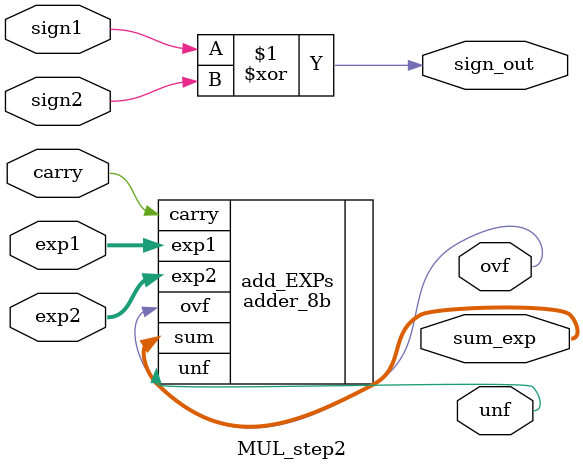
<source format=sv>

module MUL_step2 (
    input            sign1,
    input            sign2,
    input      [7:0] exp1,
    input      [7:0] exp2,
    output           sign_out,
    output     [7:0] sum_exp,
    output reg       ovf,
    output reg       unf,
    input            carry
);


    adder_8b add_EXPs (
        .carry(carry),
        .exp1 (exp1),
        .exp2 (exp2),
        .sum  (sum_exp),
        .ovf  (ovf),
        .unf  (unf)
    );

    assign sign_out = sign1 ^ sign2;

endmodule

</source>
